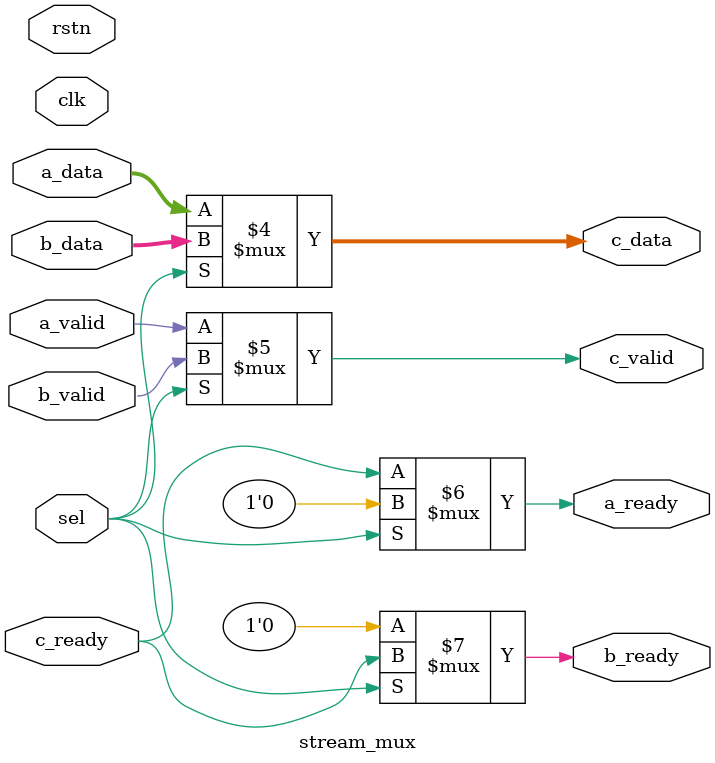
<source format=v>
module stream_mux #(
    parameter DATA_WD = 4
)(
    input  clk,
    input  rstn,

    input                   sel,
    input [DATA_WD-1:0]     a_data,
    input                   a_valid,
    //input                   a_last,
    output                  a_ready,

    input [DATA_WD-1:0]     b_data,
    input                   b_valid,
    output                  b_ready,

    output [DATA_WD-1:0]  c_data,
    output                  c_valid,
    input                   c_ready
);
wire c_fire;
wire a_fire;
wire b_fire;
assign c_fire = c_valid && c_ready;
assign a_fire = a_valid && a_ready;
assign b_fire = b_valid  && b_ready;

assign c_data = sel ? b_data : a_data;
assign c_valid = sel ? b_valid : a_valid;
assign a_ready = sel ? 1'b0 : c_ready;
assign b_ready = sel ? c_ready : 1'b0;


endmodule //stream_mux
</source>
